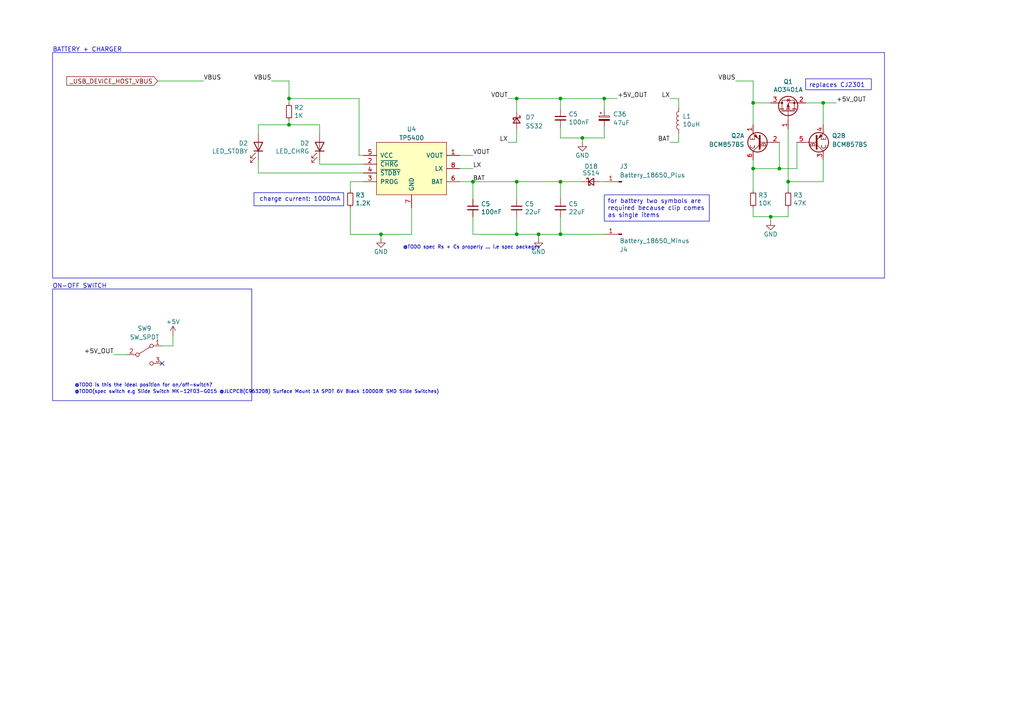
<source format=kicad_sch>
(kicad_sch (version 20230121) (generator eeschema)
  (paper "A4")
  (lib_symbols
    (symbol "Connector:Conn_01x01_Pin" (pin_names (offset 1.016) hide)
      (property "Reference" "J" (at 0 2.54 0))
      (property "Value" "Conn_01x01_Pin" (at 0 -2.54 0))
      (symbol "Conn_01x01_Pin_1_1"
        (polyline (pts (xy 1.27 0) (xy 0.8636 0)) (stroke (width 0.1524)))
        (rectangle (start 0.8636 0.127) (end 0 -0.127) (stroke (width 0.1524)) (fill (type outline)))
        (pin passive line (at 5.08 0 180) (length 3.81) (name "Pin_1") (number "1"))
      )
    )
    (symbol "Device:C_Polarized_Small" (pin_numbers hide) (pin_names (offset 0.254) hide)
      (property "Reference" "C" (at 0.254 1.778 0))
      (property "Value" "C_Polarized_Small" (at 0.254 -2.032 0))
      (symbol "C_Polarized_Small_0_1"
        (rectangle (start -1.524 -0.3048) (end 1.524 -0.6858) (fill (type outline)))
        (rectangle (start -1.524 0.6858) (end 1.524 0.3048))
        (polyline (pts (xy -1.27 1.524) (xy -0.762 1.524)))
        (polyline (pts (xy -1.016 1.27) (xy -1.016 1.778)))
      )
      (symbol "C_Polarized_Small_1_1"
        (pin passive line (at 0 2.54 270) (length 1.8542) (name "~") (number "1"))
        (pin passive line (at 0 -2.54 90) (length 1.8542) (name "~") (number "2"))
      )
    )
    (symbol "Device:C_Small" (pin_numbers hide) (pin_names (offset 0.254) hide)
      (property "Reference" "C" (at 0.254 1.778 0))
      (property "Value" "C_Small" (at 0.254 -2.032 0))
      (symbol "C_Small_0_1"
        (polyline (pts (xy -1.524 -0.508) (xy 1.524 -0.508)) (stroke (width 0.3302)))
        (polyline (pts (xy -1.524 0.508) (xy 1.524 0.508)) (stroke (width 0.3048)))
      )
      (symbol "C_Small_1_1"
        (pin passive line (at 0 2.54 270) (length 2.032) (name "~") (number "1"))
        (pin passive line (at 0 -2.54 90) (length 2.032) (name "~") (number "2"))
      )
    )
    (symbol "Device:D_Schottky_Small" (pin_numbers hide) (pin_names (offset 0.254) hide)
      (property "Reference" "D" (at -1.27 2.032 0))
      (property "Value" "D_Schottky_Small" (at -7.112 -2.032 0))
      (symbol "D_Schottky_Small_0_1"
        (polyline (pts (xy -0.762 0) (xy 0.762 0)))
        (polyline (pts (xy 0.762 -1.016) (xy -0.762 0) (xy 0.762 1.016) (xy 0.762 -1.016)) (stroke (width 0.254)))
        (polyline (pts (xy -1.27 0.762) (xy -1.27 1.016) (xy -0.762 1.016) (xy -0.762 -1.016) (xy -0.254 -1.016) (xy -0.254 -0.762)) (stroke (width 0.254)))
      )
      (symbol "D_Schottky_Small_1_1"
        (pin passive line (at -2.54 0 0) (length 1.778) (name "K") (number "1"))
        (pin passive line (at 2.54 0 180) (length 1.778) (name "A") (number "2"))
      )
    )
    (symbol "Device:L" (pin_numbers hide) (pin_names (offset 1.016) hide)
      (property "Reference" "L" (at -1.27 0 90))
      (property "Value" "L" (at 1.905 0 90))
      (symbol "L_0_1"
        (arc (start 0 -2.54) (mid 0.6323 -1.905) (end 0 -1.27))
        (arc (start 0 -1.27) (mid 0.6323 -0.635) (end 0 0))
        (arc (start 0 0) (mid 0.6323 0.635) (end 0 1.27))
        (arc (start 0 1.27) (mid 0.6323 1.905) (end 0 2.54))
      )
      (symbol "L_1_1"
        (pin passive line (at 0 3.81 270) (length 1.27) (name "1") (number "1"))
        (pin passive line (at 0 -3.81 90) (length 1.27) (name "2") (number "2"))
      )
    )
    (symbol "Device:LED" (pin_numbers hide) (pin_names (offset 1.016) hide)
      (property "Reference" "D" (at 0 2.54 0))
      (property "Value" "LED" (at 0 -2.54 0))
      (symbol "LED_0_1"
        (polyline (pts (xy -1.27 -1.27) (xy -1.27 1.27)) (stroke (width 0.254)))
        (polyline (pts (xy -1.27 0) (xy 1.27 0)))
        (polyline (pts (xy 1.27 -1.27) (xy 1.27 1.27) (xy -1.27 0) (xy 1.27 -1.27)) (stroke (width 0.254)))
        (polyline (pts (xy -3.048 -0.762) (xy -4.572 -2.286) (xy -3.81 -2.286) (xy -4.572 -2.286) (xy -4.572 -1.524)))
        (polyline (pts (xy -1.778 -0.762) (xy -3.302 -2.286) (xy -2.54 -2.286) (xy -3.302 -2.286) (xy -3.302 -1.524)))
      )
      (symbol "LED_1_1"
        (pin passive line (at -3.81 0 0) (length 2.54) (name "K") (number "1"))
        (pin passive line (at 3.81 0 180) (length 2.54) (name "A") (number "2"))
      )
    )
    (symbol "Device:R_Small" (pin_numbers hide) (pin_names (offset 0.254) hide)
      (property "Reference" "R" (at 0.762 0.508 0))
      (property "Value" "R_Small" (at 0.762 -1.016 0))
      (symbol "R_Small_0_1"
        (rectangle (start -0.762 1.778) (end 0.762 -1.778) (stroke (width 0.2032)))
      )
      (symbol "R_Small_1_1"
        (pin passive line (at 0 2.54 270) (length 0.762) (name "~") (number "1"))
        (pin passive line (at 0 -2.54 90) (length 0.762) (name "~") (number "2"))
      )
    )
    (symbol "PCM_4ms_Transistor:MBT3906DW1" (pin_names (offset 0) hide)
      (property "Reference" "Q" (at 5.08 1.27 0))
      (property "Value" "MBT3906DW1" (at 5.08 -1.27 0))
      (property "Display" "PNP" (at -0.381 4.1148 0))
      (symbol "MBT3906DW1_0_0"
        (text "B" (at -0.4826 0.7112 900) (effects (font (size 1.27 1.27))))
        (text "C" (at 2.6924 1.2954 900) (effects (font (size 1.27 1.27))))
        (text "E" (at 2.6924 -1.0922 900) (effects (font (size 1.27 1.27))))
      )
      (symbol "MBT3906DW1_0_1"
        (polyline (pts (xy 0.635 0) (xy -2.54 0)))
        (polyline (pts (xy 0.635 0.635) (xy 2.54 2.54)))
        (polyline (pts (xy 0.635 -0.635) (xy 2.54 -2.54) (xy 2.54 -2.54)))
        (polyline (pts (xy 0.635 1.905) (xy 0.635 -1.905) (xy 0.635 -1.905)) (stroke (width 0.508)))
        (polyline (pts (xy 2.286 -1.778) (xy 1.778 -2.286) (xy 1.27 -1.27) (xy 2.286 -1.778) (xy 2.286 -1.778)) (fill (type outline)))
        (circle (center 1.27 0) (radius 2.8194) (stroke (width 0.254)))
      )
      (symbol "MBT3906DW1_1_1"
        (pin passive line (at 2.54 -5.08 90) (length 2.54) (name "E1") (number "1"))
        (pin input line (at -5.08 0 0) (length 2.54) (name "B1") (number "2"))
        (pin passive line (at 2.54 5.08 270) (length 2.54) (name "C1") (number "6"))
      )
      (symbol "MBT3906DW1_2_1"
        (pin passive line (at 2.54 5.08 270) (length 2.54) (name "C2") (number "3"))
        (pin passive line (at 2.54 -5.08 90) (length 2.54) (name "E2") (number "4"))
        (pin input line (at -5.08 0 0) (length 2.54) (name "B2") (number "5"))
      )
    )
    (symbol "Switch:SW_SPDT" (pin_names (offset 0) hide)
      (property "Reference" "SW" (at 0 4.318 0))
      (property "Value" "SW_SPDT" (at 0 -5.08 0))
      (symbol "SW_SPDT_0_0"
        (circle (center -2.032 0) (radius 0.508))
        (circle (center 2.032 -2.54) (radius 0.508))
      )
      (symbol "SW_SPDT_0_1"
        (polyline (pts (xy -1.524 0.254) (xy 1.651 2.286)))
        (circle (center 2.032 2.54) (radius 0.508))
      )
      (symbol "SW_SPDT_1_1"
        (pin passive line (at 5.08 2.54 180) (length 2.54) (name "A") (number "1"))
        (pin passive line (at -5.08 0 0) (length 2.54) (name "B") (number "2"))
        (pin passive line (at 5.08 -2.54 180) (length 2.54) (name "C") (number "3"))
      )
    )
    (symbol "TP5400:TP5400" (pin_names (offset 1.016))
      (property "Reference" "U" (at -8.89 8.89 0))
      (property "Value" "TP5400" (at 6.985 -8.89 0))
      (symbol "TP5400_1_0"
        (rectangle (start -10.16 -7.62) (end 10.16 7.62))
      )
      (symbol "TP5400_1_1"
        (rectangle (start -10.16 7.62) (end 10.16 -7.62) (stroke (width -0.0001)) (fill (type background)))
        (rectangle (start -10.16 7.62) (end 17.78 7.62) (stroke (width -0.0001)) (fill (type background)))
        (pin power_out line (at 13.97 3.81 180) (length 3.81) (name "VOUT") (number "1"))
        (pin output line (at -13.97 1.27 0) (length 3.81) (name "~{CHRG}") (number "2"))
        (pin passive line (at -13.97 -3.81 0) (length 3.81) (name "PROG") (number "3"))
        (pin output line (at -13.97 -1.27 0) (length 3.81) (name "~{STDBY}") (number "4"))
        (pin power_in line (at -13.97 3.81 0) (length 3.81) (name "VCC") (number "5"))
        (pin power_out line (at 13.97 -3.81 180) (length 3.81) (name "BAT") (number "6"))
        (pin power_in line (at 0 -11.43 90) (length 3.81) (name "GND") (number "7"))
        (pin passive line (at 13.97 0 180) (length 3.81) (name "LX") (number "8"))
      )
    )
    (symbol "Transistor_FET:AO3401A" (pin_names hide)
      (property "Reference" "Q" (at 5.08 1.905 0))
      (property "Value" "AO3401A" (at 5.08 0 0))
      (symbol "AO3401A_0_1"
        (polyline (pts (xy 0.254 0) (xy -2.54 0)))
        (polyline (pts (xy 0.254 1.905) (xy 0.254 -1.905)) (stroke (width 0.254)))
        (polyline (pts (xy 0.762 -1.27) (xy 0.762 -2.286)) (stroke (width 0.254)))
        (polyline (pts (xy 0.762 0.508) (xy 0.762 -0.508)) (stroke (width 0.254)))
        (polyline (pts (xy 0.762 2.286) (xy 0.762 1.27)) (stroke (width 0.254)))
        (polyline (pts (xy 2.54 2.54) (xy 2.54 1.778)))
        (polyline (pts (xy 2.54 -2.54) (xy 2.54 0) (xy 0.762 0)))
        (polyline (pts (xy 0.762 1.778) (xy 3.302 1.778) (xy 3.302 -1.778) (xy 0.762 -1.778)))
        (polyline (pts (xy 2.286 0) (xy 1.27 0.381) (xy 1.27 -0.381) (xy 2.286 0)) (fill (type outline)))
        (polyline (pts (xy 2.794 -0.508) (xy 2.921 -0.381) (xy 3.683 -0.381) (xy 3.81 -0.254)))
        (polyline (pts (xy 3.302 -0.381) (xy 2.921 0.254) (xy 3.683 0.254) (xy 3.302 -0.381)))
        (circle (center 1.651 0) (radius 2.794) (stroke (width 0.254)))
        (circle (center 2.54 -1.778) (radius 0.254) (fill (type outline)))
        (circle (center 2.54 1.778) (radius 0.254) (fill (type outline)))
      )
      (symbol "AO3401A_1_1"
        (pin input line (at -5.08 0 0) (length 2.54) (name "G") (number "1"))
        (pin passive line (at 2.54 -5.08 90) (length 2.54) (name "S") (number "2"))
        (pin passive line (at 2.54 5.08 270) (length 2.54) (name "D") (number "3"))
      )
    )
    (symbol "power:+5V" (power) (pin_names (offset 0))
      (property "Value" "+5V" (at 0 3.556 0))
      (symbol "+5V_0_1"
        (polyline (pts (xy -0.762 1.27) (xy 0 2.54)))
        (polyline (pts (xy 0 0) (xy 0 2.54)))
        (polyline (pts (xy 0 2.54) (xy 0.762 1.27)))
      )
      (symbol "+5V_1_1"
        (pin power_in line (at 0 0 90) (length 0) hide (name "+5V") (number "1"))
      )
    )
    (symbol "power:GND" (power) (pin_names (offset 0))
      (property "Value" "GND" (at 0 -3.81 0))
      (symbol "GND_0_1"
        (polyline (pts (xy 0 0) (xy 0 -1.27) (xy 1.27 -1.27) (xy 0 -2.54) (xy -1.27 -1.27) (xy 0 -1.27)))
      )
      (symbol "GND_1_1"
        (pin power_in line (at 0 0 270) (length 0) hide (name "GND") (number "1"))
      )
    )
  )
  (junction (at 218.44 29.845))
  (junction (at 223.52 62.865))
  (junction (at 156.21 67.945))
  (junction (at 149.86 67.945))
  (junction (at 162.56 28.575))
  (junction (at 162.56 67.945))
  (junction (at 175.26 28.575))
  (junction (at 110.49 67.945))
  (junction (at 162.56 52.705))
  (junction (at 83.82 36.195))
  (junction (at 137.16 52.705))
  (junction (at 228.6 52.705))
  (junction (at 218.44 48.895))
  (junction (at 238.76 29.845))
  (junction (at 149.86 28.575))
  (junction (at 149.86 52.705))
  (junction (at 168.91 40.005))
  (junction (at 83.82 28.575))
  (junction (at 226.06 48.895))
  (no_connect (at 46.99 105.41))
  (wire (pts (xy 92.71 46.355) (xy 92.71 47.625)))
  (wire (pts (xy 196.85 31.115) (xy 196.85 28.575)))
  (wire (pts (xy 78.74 23.495) (xy 83.82 23.495)))
  (wire (pts (xy 238.76 29.845) (xy 238.76 36.195)))
  (wire (pts (xy 50.165 100.33) (xy 50.165 97.155)))
  (wire (pts (xy 92.71 38.735) (xy 92.71 36.195)))
  (wire (pts (xy 149.86 57.785) (xy 149.86 52.705)))
  (wire (pts (xy 137.16 67.945) (xy 149.86 67.945)))
  (wire (pts (xy 162.56 57.785) (xy 162.56 52.705)))
  (wire (pts (xy 218.44 29.845) (xy 218.44 36.195)))
  (wire (pts (xy 162.56 36.83) (xy 162.56 40.005)))
  (wire (pts (xy 223.52 62.865) (xy 228.6 62.865)))
  (wire (pts (xy 162.56 52.705) (xy 168.91 52.705)))
  (wire (pts (xy 162.56 28.575) (xy 175.26 28.575)))
  (wire (pts (xy 149.86 67.945) (xy 156.21 67.945)))
  (wire (pts (xy 218.44 23.495) (xy 218.44 29.845)))
  (wire (pts (xy 233.68 29.845) (xy 238.76 29.845)))
  (wire (pts (xy 137.16 52.705) (xy 137.16 57.785)))
  (wire (pts (xy 226.06 48.895) (xy 226.06 41.275)))
  (wire (pts (xy 228.6 52.705) (xy 238.76 52.705)))
  (wire (pts (xy 168.91 40.005) (xy 168.91 41.275)))
  (wire (pts (xy 92.71 36.195) (xy 83.82 36.195)))
  (wire (pts (xy 218.44 46.355) (xy 218.44 48.895)))
  (wire (pts (xy 101.6 67.945) (xy 110.49 67.945)))
  (wire (pts (xy 228.6 62.865) (xy 228.6 60.325)))
  (wire (pts (xy 45.72 23.495) (xy 59.055 23.495)))
  (wire (pts (xy 119.38 60.325) (xy 119.38 67.945)))
  (wire (pts (xy 50.165 100.33) (xy 46.99 100.33)))
  (wire (pts (xy 104.14 28.575) (xy 104.14 45.085)))
  (wire (pts (xy 196.85 41.275) (xy 194.31 41.275)))
  (wire (pts (xy 133.35 48.895) (xy 137.16 48.895)))
  (wire (pts (xy 162.56 28.575) (xy 149.86 28.575)))
  (wire (pts (xy 226.06 48.895) (xy 231.14 48.895)))
  (wire (pts (xy 149.86 62.865) (xy 149.86 67.945)))
  (wire (pts (xy 238.76 29.845) (xy 242.57 29.845)))
  (wire (pts (xy 74.93 46.355) (xy 74.93 50.165)))
  (wire (pts (xy 168.91 40.005) (xy 175.26 40.005)))
  (wire (pts (xy 137.16 62.865) (xy 137.16 67.945)))
  (wire (pts (xy 133.35 52.705) (xy 137.16 52.705)))
  (wire (pts (xy 228.6 37.465) (xy 228.6 52.705)))
  (wire (pts (xy 218.44 62.865) (xy 223.52 62.865)))
  (wire (pts (xy 101.6 60.325) (xy 101.6 67.945)))
  (wire (pts (xy 149.86 37.465) (xy 149.86 41.275)))
  (wire (pts (xy 105.41 52.705) (xy 101.6 52.705)))
  (wire (pts (xy 101.6 52.705) (xy 101.6 55.245)))
  (wire (pts (xy 223.52 62.865) (xy 223.52 64.135)))
  (wire (pts (xy 231.14 41.275) (xy 231.14 48.895)))
  (wire (pts (xy 83.82 23.495) (xy 83.82 28.575)))
  (wire (pts (xy 218.44 48.895) (xy 218.44 55.245)))
  (wire (pts (xy 218.44 29.845) (xy 223.52 29.845)))
  (wire (pts (xy 162.56 52.705) (xy 149.86 52.705)))
  (wire (pts (xy 110.49 67.945) (xy 119.38 67.945)))
  (wire (pts (xy 196.85 38.735) (xy 196.85 41.275)))
  (wire (pts (xy 218.44 48.895) (xy 226.06 48.895)))
  (wire (pts (xy 105.41 45.085) (xy 104.14 45.085)))
  (wire (pts (xy 156.21 67.945) (xy 162.56 67.945)))
  (wire (pts (xy 156.21 67.945) (xy 156.21 69.215)))
  (wire (pts (xy 105.41 47.625) (xy 92.71 47.625)))
  (wire (pts (xy 228.6 52.705) (xy 228.6 55.245)))
  (wire (pts (xy 175.26 36.83) (xy 175.26 40.005)))
  (wire (pts (xy 162.56 40.005) (xy 168.91 40.005)))
  (wire (pts (xy 196.85 28.575) (xy 194.31 28.575)))
  (wire (pts (xy 149.86 32.385) (xy 149.86 28.575)))
  (wire (pts (xy 149.86 41.275) (xy 147.32 41.275)))
  (wire (pts (xy 74.93 50.165) (xy 105.41 50.165)))
  (wire (pts (xy 133.35 45.085) (xy 137.16 45.085)))
  (wire (pts (xy 162.56 31.75) (xy 162.56 28.575)))
  (wire (pts (xy 137.16 52.705) (xy 149.86 52.705)))
  (wire (pts (xy 175.26 28.575) (xy 179.07 28.575)))
  (wire (pts (xy 74.93 38.735) (xy 74.93 36.195)))
  (wire (pts (xy 162.56 62.865) (xy 162.56 67.945)))
  (wire (pts (xy 33.02 102.87) (xy 36.83 102.87)))
  (wire (pts (xy 218.44 60.325) (xy 218.44 62.865)))
  (wire (pts (xy 83.82 28.575) (xy 83.82 29.845)))
  (wire (pts (xy 173.99 52.705) (xy 175.26 52.705)))
  (wire (pts (xy 74.93 36.195) (xy 83.82 36.195)))
  (wire (pts (xy 104.14 28.575) (xy 83.82 28.575)))
  (wire (pts (xy 110.49 67.945) (xy 110.49 69.215)))
  (wire (pts (xy 238.76 46.355) (xy 238.76 52.705)))
  (wire (pts (xy 213.36 23.495) (xy 218.44 23.495)))
  (wire (pts (xy 162.56 67.945) (xy 175.26 67.945)))
  (wire (pts (xy 175.26 28.575) (xy 175.26 31.75)))
  (wire (pts (xy 149.86 28.575) (xy 147.32 28.575)))
  (wire (pts (xy 83.82 36.195) (xy 83.82 34.925)))
  (rectangle (start 15.24 83.82) (end 73.025 116.205))
  (rectangle (start 15.24 15.24) (end 256.54 80.645))
  (text_box "replaces CJ2301" (at 233.68 22.86 0) (size 19.05 3.175) (effects (font (size 1.27 1.27)) (justify left top)))
  (text_box "for battery two symbols are required because clip comes as single items" (at 175.26 56.515 0) (size 30.48 7.62) (effects (font (size 1.27 1.27)) (justify left top)))
  (text_box "charge current: 1000mA" (at 73.66 55.88 0) (size 26.035 3.81) (effects (font (size 1.27 1.27)) (justify right top)))
  (text "@TODO is this the ideal position for on/off-switch?" (at 21.59 112.395 0) (effects (font (size 0.9906 0.9906)) (justify left bottom)))
  (text "@TODO(spec switch e.g Slide Switch MK-12F03-G015 @JLCPCB(C963208) Surface Mount 1A SPDT 6V Black 10000次 SMD Slide Switches)" (at 21.59 114.3 0) (effects (font (size 0.9906 0.9906)) (justify left bottom)))
  (text "BATTERY + CHARGER" (at 15.24 15.24 0) (effects (font (size 1.27 1.27)) (justify left bottom)))
  (text "@TODO spec Rs + Cs properly … i.e spec packages" (at 116.84 72.39 0) (effects (font (size 0.9906 0.9906)) (justify left bottom)))
  (text "ON-OFF SWITCH" (at 15.24 83.82 0) (effects (font (size 1.27 1.27)) (justify left bottom)))
  (label "BAT" (at 194.31 41.275 180))
  (label "VBUS" (at 78.74 23.495 180))
  (label "+5V_OUT" (at 242.57 29.845 0))
  (label "LX" (at 147.32 41.275 180))
  (label "+5V_OUT" (at 33.02 102.87 180))
  (label "VBUS" (at 59.055 23.495 0))
  (label "VOUT" (at 147.32 28.575 180))
  (label "VBUS" (at 213.36 23.495 180))
  (label "BAT" (at 137.16 52.705 0))
  (label "+5V_OUT" (at 179.07 28.575 0))
  (label "LX" (at 194.31 28.575 180))
  (label "VOUT" (at 137.16 45.085 0))
  (label "LX" (at 137.16 48.895 0))
  (global_label "_USB_DEVICE_HOST_VBUS" (shape input) (at 45.72 23.495 180) (property "Intersheetrefs" "${INTERSHEET_REFS}" (effects hide)))
  (symbol (lib_id "Device:D_Schottky_Small") (at 171.45 52.705 0) (unit 1)
    (property "Reference" "D18" (at 171.45 48.26 0))
    (property "Value" "SS14" (at 171.45 50.165 0))
    (property "Footprint" "Diode_SMD:D_SMA" (effects hide))
    (property "Datasheet" "https://datasheet.lcsc.com/szlcsc/Changjiang-Electronics-Tech-CJ-B5819W_C8598.pdf" (effects hide))
    (property "JLCPCB" "C2480" (effects hide))
    (instances (project "KLST_SHEEP" (path "" (reference "D18") (unit 1))) (project "KLST_PANDA" (path "" (reference "D8") (unit 1)) (path "" (reference "D9") (unit 1)) (path "" (reference "D8") (unit 1))))
  )
  (symbol (lib_id "power:+5V") (at 50.165 97.155 0) (unit 1)
    (property "Reference" "#PWR02" (effects hide))
    (property "Value" "+5V" (at 50.165 93.345 0))
    (instances (project "KLST_GRASS" (path "" (reference "#PWR02") (unit 1))) (project "KLST_PANDA" (path "" (reference "#PWR046") (unit 1))))
  )
  (symbol (lib_id "Device:L") (at 196.85 34.925 180) (unit 1)
    (property "Reference" "L1" (at 197.9676 33.7566 0) (effects (justify right)))
    (property "Value" "10uH" (at 197.9676 36.068 0) (effects (justify right)))
    (property "Footprint" "Inductor_SMD:L_Changjiang_FNR4030S" (effects hide))
    (property "Description" "1.5A" (effects hide))
    (property "JLCPCB" "C167879" (effects hide))
    (instances (project "KLST_GRASS" (path "" (reference "L1") (unit 1))) (project "KLST_PANDA" (path "" (reference "L3") (unit 1))))
  )
  (symbol (lib_id "TP5400:TP5400") (at 119.38 48.895 0) (unit 1)
    (property "Reference" "U4" (at 119.38 37.465 0))
    (property "Value" "TP5400" (at 119.38 40.005 0))
    (property "Footprint" "Package_SO:SOP-8_3.9x4.9mm_P1.27mm" (effects hide))
    (property "JLCPCB" "C2891434" (effects hide))
  )
  (symbol (lib_id "Device:C_Small") (at 149.86 60.325 0) (unit 1)
    (property "Reference" "C5" (at 152.1968 59.1566 0) (effects (justify left)))
    (property "Value" "22uF" (at 152.1968 61.468 0) (effects (justify left)))
    (property "Footprint" "Capacitor_SMD:C_0805_2012Metric" (effects hide))
    (property "Description" "25V" (effects hide))
    (property "JLCPCB" "C45783" (effects hide))
    (instances (project "KLST_GRASS" (path "" (reference "C5") (unit 1))) (project "KLST_PANDA" (path "" (reference "C33") (unit 1))))
  )
  (symbol (lib_id "Device:R_Small") (at 228.6 57.785 180) (unit 1)
    (property "Reference" "R3" (at 230.0986 56.6166 0) (effects (justify right)))
    (property "Value" "47K" (at 230.0986 58.928 0) (effects (justify right)))
    (property "Footprint" "Resistor_SMD:R_1210_3225Metric" (effects hide))
    (property "Description" "500mW" (effects hide))
    (property "JLCPCB" "C105023" (effects hide))
    (instances (project "KLST_GRASS" (path "" (reference "R3") (unit 1))) (project "KLST_PANDA" (path "" (reference "R23") (unit 1))))
  )
  (symbol (lib_id "PCM_4ms_Transistor:MBT3906DW1") (at 220.98 41.275 180) (unit 1)
    (property "Reference" "Q2" (at 215.9 39.37 0) (effects (justify left)))
    (property "Value" "BCM857BS" (at 215.9 41.91 0) (effects (justify left)))
    (property "Footprint" "Package_TO_SOT_SMD:SOT-363_SC-70-6" (effects hide))
    (property "JLCPCB" "C105896" (effects hide))
    (property "Description" "PNP" (effects hide))
  )
  (symbol (lib_id "power:GND") (at 156.21 69.215 0) (unit 1)
    (property "Reference" "#PWR01" (effects hide))
    (property "Value" "GND" (at 156.21 73.025 0))
    (instances (project "KLST_GRASS" (path "" (reference "#PWR01") (unit 1))) (project "KLST_PANDA" (path "" (reference "#PWR047") (unit 1))))
  )
  (symbol (lib_id "Device:R_Small") (at 218.44 57.785 180) (unit 1)
    (property "Reference" "R3" (at 219.9386 56.6166 0) (effects (justify right)))
    (property "Value" "10K" (at 219.9386 58.928 0) (effects (justify right)))
    (property "Footprint" "Resistor_SMD:R_1210_3225Metric" (effects hide))
    (property "Description" "500mW" (effects hide))
    (property "JLCPCB" "C174524" (effects hide))
    (instances (project "KLST_GRASS" (path "" (reference "R3") (unit 1))) (project "KLST_PANDA" (path "" (reference "R22") (unit 1))))
  )
  (symbol (lib_id "Device:D_Schottky_Small") (at 149.86 34.925 270) (unit 1)
    (property "Reference" "D7" (at 152.4 34.036 90) (effects (justify left)))
    (property "Value" "SS32" (at 152.4 36.576 90) (effects (justify left)))
    (property "Footprint" "Diode_SMD:D_SMA" (effects hide))
    (property "JLCPCB" "C34897" (effects hide))
  )
  (symbol (lib_id "Device:C_Small") (at 162.56 60.325 0) (unit 1)
    (property "Reference" "C5" (at 164.8968 59.1566 0) (effects (justify left)))
    (property "Value" "22uF" (at 164.8968 61.468 0) (effects (justify left)))
    (property "Footprint" "Capacitor_SMD:C_0805_2012Metric" (effects hide))
    (property "Description" "25V" (effects hide))
    (property "JLCPCB" "C45783" (effects hide))
    (instances (project "KLST_GRASS" (path "" (reference "C5") (unit 1))) (project "KLST_PANDA" (path "" (reference "C35") (unit 1))))
  )
  (symbol (lib_id "Connector:Conn_01x01_Pin") (at 180.34 67.945 0) (mirror y) (unit 1)
    (property "Reference" "J4" (at 179.705 72.39 0) (effects (justify right)))
    (property "Value" "Battery_18650_Minus" (at 179.705 69.85 0) (effects (justify right)))
    (property "Footprint" "MY-18650-01:MY-18650-01" (effects hide))
    (property "JLCPCB" "C2979183" (effects hide))
  )
  (symbol (lib_id "Switch:SW_SPDT") (at 41.91 102.87 0) (unit 1)
    (property "Reference" "SW9" (at 41.91 95.25 0))
    (property "Value" "SW_SPDT" (at 41.91 97.79 0))
    (property "Footprint" "MK-12F03-G015:MK-12F03-G015" (effects hide))
    (property "JLCPCB" "C963208" (effects hide))
  )
  (symbol (lib_id "Device:LED") (at 74.93 42.545 270) (mirror x) (unit 1)
    (property "Reference" "D2" (at 71.9328 41.5544 90) (effects (justify right)))
    (property "Value" "LED_STDBY" (at 71.9328 43.8658 90) (effects (justify right)))
    (property "Footprint" "LED_SMD:LED_0805_2012Metric" (effects hide))
    (property "Description" "WHITE" (effects hide))
    (property "JLCPCB" "C34499" (effects hide))
    (instances (project "KLST_GRASS" (path "" (reference "D2") (unit 1))) (project "KLST_PANDA" (path "" (reference "D5") (unit 1))))
  )
  (symbol (lib_id "power:GND") (at 223.52 64.135 0) (unit 1)
    (property "Reference" "#PWR01" (effects hide))
    (property "Value" "GND" (at 223.52 67.945 0))
    (instances (project "KLST_GRASS" (path "" (reference "#PWR01") (unit 1))) (project "KLST_PANDA" (path "" (reference "#PWR049") (unit 1))))
  )
  (symbol (lib_id "Device:C_Polarized_Small") (at 175.26 34.29 0) (unit 1)
    (property "Reference" "C36" (at 177.8 33.1089 0) (effects (justify left)))
    (property "Value" "47uF" (at 177.8 35.6489 0) (effects (justify left)))
    (property "Footprint" "Capacitor_SMD:CP_Elec_4x5.4" (effects hide))
    (property "Description" "10V" (effects hide))
    (property "JLCPCB" "C114447" (effects hide))
  )
  (symbol (lib_id "Device:C_Small") (at 162.56 34.29 0) (unit 1)
    (property "Reference" "C5" (at 164.8968 33.1216 0) (effects (justify left)))
    (property "Value" "100nF" (at 164.8968 35.433 0) (effects (justify left)))
    (property "Footprint" "Capacitor_SMD:C_0805_2012Metric" (effects hide))
    (property "JLCPCB" "C28233" (effects hide))
    (property "Description" "16V" (effects hide))
    (instances (project "KLST_GRASS" (path "" (reference "C5") (unit 1))) (project "KLST_PANDA" (path "" (reference "C34") (unit 1))))
  )
  (symbol (lib_id "Connector:Conn_01x01_Pin") (at 180.34 52.705 180) (unit 1)
    (property "Reference" "J3" (at 179.705 48.26 0) (effects (justify right)))
    (property "Value" "Battery_18650_Plus" (at 179.705 50.8 0) (effects (justify right)))
    (property "Footprint" "MY-18650-01:MY-18650-01" (effects hide))
    (property "JLCPCB" "C2979183" (effects hide))
  )
  (symbol (lib_id "PCM_4ms_Transistor:MBT3906DW1") (at 236.22 41.275 0) (mirror x) (unit 2)
    (property "Reference" "Q2" (at 241.3 39.37 0) (effects (justify left)))
    (property "Value" "BCM857BS" (at 241.3 41.91 0) (effects (justify left)))
    (property "Footprint" "Package_TO_SOT_SMD:SOT-363_SC-70-6" (effects hide))
    (property "JLCPCB" "C105896" (effects hide))
    (property "Description" "PNP" (effects hide))
  )
  (symbol (lib_id "Device:C_Small") (at 137.16 60.325 0) (unit 1)
    (property "Reference" "C5" (at 139.4968 59.1566 0) (effects (justify left)))
    (property "Value" "100nF" (at 139.4968 61.468 0) (effects (justify left)))
    (property "Footprint" "Capacitor_SMD:C_0805_2012Metric" (effects hide))
    (property "JLCPCB" "C28233" (effects hide))
    (property "Description" "16V" (effects hide))
    (instances (project "KLST_GRASS" (path "" (reference "C5") (unit 1))) (project "KLST_PANDA" (path "" (reference "C32") (unit 1))))
  )
  (symbol (lib_id "power:GND") (at 168.91 41.275 0) (unit 1)
    (property "Reference" "#PWR01" (effects hide))
    (property "Value" "GND" (at 168.91 45.085 0))
    (instances (project "KLST_GRASS" (path "" (reference "#PWR01") (unit 1))) (project "KLST_PANDA" (path "" (reference "#PWR048") (unit 1))))
  )
  (symbol (lib_id "Device:R_Small") (at 83.82 32.385 180) (unit 1)
    (property "Reference" "R2" (at 85.3186 31.2166 0) (effects (justify right)))
    (property "Value" "1K" (at 85.3186 33.528 0) (effects (justify right)))
    (property "Footprint" "Resistor_SMD:R_0805_2012Metric_Pad1.20x1.40mm_HandSolder" (effects hide))
    (property "JLCPCB" "C17513" (effects hide))
    (property "Description" "125mW" (effects hide))
    (instances (project "KLST_PANDA" (path "" (reference "R2") (unit 1)) (path "" (reference "R20") (unit 1))))
  )
  (symbol (lib_id "power:GND") (at 110.49 69.215 0) (unit 1)
    (property "Reference" "#PWR01" (effects hide))
    (property "Value" "GND" (at 110.49 73.025 0))
    (instances (project "KLST_GRASS" (path "" (reference "#PWR01") (unit 1))) (project "KLST_PANDA" (path "" (reference "#PWR045") (unit 1))))
  )
  (symbol (lib_id "Device:LED") (at 92.71 42.545 270) (mirror x) (unit 1)
    (property "Reference" "D2" (at 89.7128 41.5544 90) (effects (justify right)))
    (property "Value" "LED_CHRG" (at 89.7128 43.8658 90) (effects (justify right)))
    (property "Footprint" "LED_SMD:LED_0805_2012Metric" (effects hide))
    (property "Description" "YELLOW" (effects hide))
    (property "JLCPCB" "C2296" (effects hide))
    (instances (project "KLST_GRASS" (path "" (reference "D2") (unit 1))) (project "KLST_PANDA" (path "" (reference "D6") (unit 1))))
  )
  (symbol (lib_id "Device:R_Small") (at 101.6 57.785 180) (unit 1)
    (property "Reference" "R3" (at 103.0986 56.6166 0) (effects (justify right)))
    (property "Value" "1.2K" (at 103.0986 58.928 0) (effects (justify right)))
    (property "Footprint" "Resistor_SMD:R_0805_2012Metric_Pad1.20x1.40mm_HandSolder" (effects hide))
    (property "JLCPCB" "C17379" (effects hide))
    (property "Description" "125mW" (effects hide))
    (instances (project "KLST_GRASS" (path "" (reference "R3") (unit 1))) (project "KLST_PANDA" (path "" (reference "R21") (unit 1))))
  )
  (symbol (lib_id "Transistor_FET:AO3401A") (at 228.6 32.385 90) (unit 1)
    (property "Reference" "Q1" (at 228.6 23.6982 90))
    (property "Value" "AO3401A" (at 228.6 26.0096 90))
    (property "Footprint" "Package_TO_SOT_SMD:SOT-23" (effects hide))
    (property "Datasheet" "http://www.aosmd.com/pdfs/datasheet/AO3401A.pdf" (effects hide))
    (property "JLCPCB" "C15127" (effects hide))
    (instances (project "KLST_PANDA" (path "" (reference "Q1") (unit 1)) (path "" (reference "Q3") (unit 1))))
  )
)
</source>
